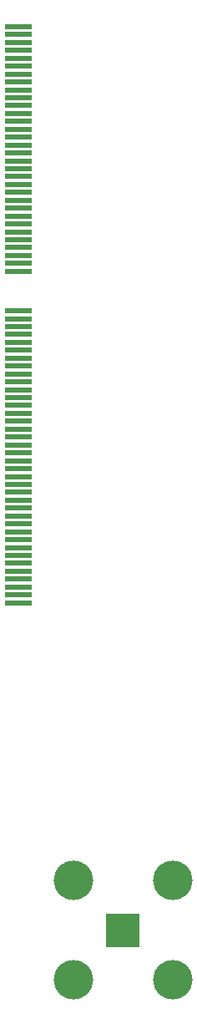
<source format=gbr>
%TF.GenerationSoftware,KiCad,Pcbnew,8.0.2-1*%
%TF.CreationDate,2024-06-03T22:08:22-04:00*%
%TF.ProjectId,Untitled,556e7469-746c-4656-942e-6b696361645f,rev?*%
%TF.SameCoordinates,Original*%
%TF.FileFunction,Soldermask,Bot*%
%TF.FilePolarity,Negative*%
%FSLAX46Y46*%
G04 Gerber Fmt 4.6, Leading zero omitted, Abs format (unit mm)*
G04 Created by KiCad (PCBNEW 8.0.2-1) date 2024-06-03 22:08:22*
%MOMM*%
%LPD*%
G01*
G04 APERTURE LIST*
%ADD10R,3.500000X3.500000*%
%ADD11C,4.000000*%
%ADD12R,2.800000X0.550000*%
G04 APERTURE END LIST*
D10*
%TO.C,LEDs*%
X63000000Y-317400000D03*
D11*
X57975000Y-322425000D03*
X68025000Y-322425000D03*
X57975000Y-312375000D03*
X68025000Y-312375000D03*
%TD*%
D12*
%TO.C,REF\u002A\u002A*%
X52400000Y-225800000D03*
X52400000Y-226600000D03*
X52400000Y-227400000D03*
X52400000Y-228200000D03*
X52400000Y-229000000D03*
X52400000Y-229800000D03*
X52400000Y-230600000D03*
X52400000Y-231400000D03*
X52400000Y-232200000D03*
X52400000Y-233000000D03*
X52400000Y-233800000D03*
X52400000Y-234600000D03*
X52400000Y-235400000D03*
X52400000Y-236200000D03*
X52400000Y-237000000D03*
X52400000Y-237800000D03*
X52400000Y-238600000D03*
X52400000Y-239400000D03*
X52400000Y-240200000D03*
X52400000Y-241000000D03*
X52400000Y-241800000D03*
X52400000Y-242600000D03*
X52400000Y-243400000D03*
X52400000Y-244200000D03*
X52400000Y-245000000D03*
X52400000Y-245800000D03*
X52400000Y-246600000D03*
X52400000Y-247400000D03*
X52400000Y-248200000D03*
X52400000Y-249000000D03*
X52400000Y-249800000D03*
X52400000Y-250600000D03*
X52400000Y-254600000D03*
X52400000Y-255400000D03*
X52400000Y-256200000D03*
X52400000Y-257000000D03*
X52400000Y-257800000D03*
X52400000Y-258600000D03*
X52400000Y-259400000D03*
X52400000Y-260200000D03*
X52400000Y-261000000D03*
X52400000Y-261800000D03*
X52400000Y-262600000D03*
X52400000Y-263400000D03*
X52400000Y-264200000D03*
X52400000Y-265000000D03*
X52400000Y-265800000D03*
X52400000Y-266600000D03*
X52400000Y-267400000D03*
X52400000Y-268200000D03*
X52400000Y-269000000D03*
X52400000Y-269800000D03*
X52400000Y-270600000D03*
X52400000Y-271400000D03*
X52400000Y-272200000D03*
X52400000Y-273000000D03*
X52400000Y-273800000D03*
X52400000Y-274600000D03*
X52400000Y-275400000D03*
X52400000Y-276200000D03*
X52400000Y-277000000D03*
X52400000Y-277800000D03*
X52400000Y-278600000D03*
X52400000Y-279400000D03*
X52400000Y-280200000D03*
X52400000Y-281000000D03*
X52400000Y-281800000D03*
X52400000Y-282600000D03*
X52400000Y-283400000D03*
X52400000Y-284200000D03*
%TD*%
M02*

</source>
